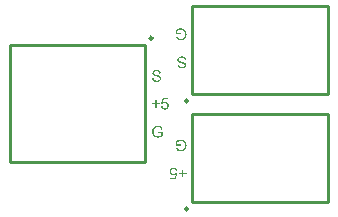
<source format=gto>
G04*
G04 #@! TF.GenerationSoftware,Altium Limited,Altium Designer,21.0.9 (235)*
G04*
G04 Layer_Color=65535*
%FSLAX25Y25*%
%MOIN*%
G70*
G04*
G04 #@! TF.SameCoordinates,1CF2FC8C-09F4-44CA-BDC6-0BDA6B97EC4B*
G04*
G04*
G04 #@! TF.FilePolarity,Positive*
G04*
G01*
G75*
%ADD10C,0.01000*%
G36*
X57136Y62152D02*
X57186Y62148D01*
X57244Y62144D01*
X57311Y62136D01*
X57382Y62127D01*
X57457Y62115D01*
X57540Y62098D01*
X57623Y62077D01*
X57715Y62052D01*
X57802Y62028D01*
X57889Y61994D01*
X57981Y61957D01*
X58068Y61915D01*
X58072Y61911D01*
X58089Y61903D01*
X58114Y61890D01*
X58143Y61869D01*
X58180Y61844D01*
X58226Y61815D01*
X58276Y61778D01*
X58330Y61736D01*
X58384Y61690D01*
X58443Y61636D01*
X58501Y61582D01*
X58559Y61520D01*
X58613Y61449D01*
X58667Y61379D01*
X58721Y61300D01*
X58767Y61216D01*
X58771Y61212D01*
X58775Y61195D01*
X58788Y61171D01*
X58805Y61137D01*
X58821Y61092D01*
X58842Y61041D01*
X58863Y60983D01*
X58884Y60917D01*
X58904Y60846D01*
X58925Y60767D01*
X58946Y60680D01*
X58963Y60592D01*
X58979Y60497D01*
X58992Y60401D01*
X58996Y60297D01*
X59000Y60193D01*
Y60185D01*
Y60168D01*
Y60139D01*
X58996Y60097D01*
X58992Y60047D01*
X58987Y59989D01*
X58979Y59922D01*
X58971Y59852D01*
X58958Y59773D01*
X58942Y59689D01*
X58900Y59515D01*
X58875Y59423D01*
X58842Y59332D01*
X58809Y59240D01*
X58767Y59149D01*
X58763Y59145D01*
X58755Y59128D01*
X58742Y59103D01*
X58725Y59070D01*
X58701Y59028D01*
X58671Y58982D01*
X58634Y58932D01*
X58596Y58874D01*
X58551Y58816D01*
X58501Y58758D01*
X58447Y58700D01*
X58384Y58637D01*
X58322Y58579D01*
X58251Y58525D01*
X58176Y58471D01*
X58097Y58425D01*
X58093Y58421D01*
X58077Y58417D01*
X58052Y58404D01*
X58018Y58388D01*
X57977Y58371D01*
X57927Y58350D01*
X57868Y58329D01*
X57806Y58304D01*
X57735Y58284D01*
X57656Y58263D01*
X57573Y58242D01*
X57482Y58225D01*
X57390Y58209D01*
X57290Y58196D01*
X57186Y58192D01*
X57082Y58188D01*
X57011D01*
X56974Y58192D01*
X56932Y58196D01*
X56887Y58200D01*
X56833Y58204D01*
X56716Y58221D01*
X56587Y58246D01*
X56458Y58279D01*
X56329Y58325D01*
X56325D01*
X56313Y58329D01*
X56296Y58337D01*
X56275Y58350D01*
X56246Y58363D01*
X56213Y58379D01*
X56138Y58421D01*
X56051Y58475D01*
X55963Y58537D01*
X55880Y58612D01*
X55801Y58700D01*
X55797Y58704D01*
X55793Y58712D01*
X55784Y58724D01*
X55768Y58741D01*
X55755Y58766D01*
X55734Y58795D01*
X55714Y58828D01*
X55693Y58870D01*
X55668Y58912D01*
X55647Y58957D01*
X55622Y59012D01*
X55597Y59066D01*
X55551Y59190D01*
X55510Y59328D01*
X55971Y59452D01*
Y59448D01*
X55976Y59440D01*
X55980Y59423D01*
X55988Y59403D01*
X55997Y59382D01*
X56005Y59353D01*
X56030Y59286D01*
X56063Y59211D01*
X56100Y59136D01*
X56142Y59061D01*
X56188Y58995D01*
X56192Y58987D01*
X56213Y58966D01*
X56242Y58937D01*
X56279Y58895D01*
X56333Y58853D01*
X56396Y58808D01*
X56471Y58766D01*
X56554Y58724D01*
X56558D01*
X56566Y58720D01*
X56579Y58716D01*
X56595Y58708D01*
X56616Y58700D01*
X56645Y58691D01*
X56708Y58670D01*
X56787Y58654D01*
X56874Y58637D01*
X56974Y58625D01*
X57078Y58620D01*
X57136D01*
X57165Y58625D01*
X57203D01*
X57240Y58629D01*
X57286Y58633D01*
X57378Y58645D01*
X57482Y58666D01*
X57581Y58691D01*
X57681Y58729D01*
X57685D01*
X57694Y58733D01*
X57706Y58741D01*
X57723Y58749D01*
X57769Y58770D01*
X57827Y58803D01*
X57893Y58845D01*
X57960Y58895D01*
X58031Y58949D01*
X58093Y59012D01*
X58101Y59020D01*
X58118Y59041D01*
X58147Y59078D01*
X58180Y59124D01*
X58218Y59178D01*
X58259Y59244D01*
X58297Y59315D01*
X58330Y59390D01*
Y59394D01*
X58334Y59407D01*
X58343Y59423D01*
X58351Y59452D01*
X58363Y59486D01*
X58376Y59523D01*
X58389Y59569D01*
X58401Y59619D01*
X58418Y59673D01*
X58430Y59735D01*
X58451Y59864D01*
X58468Y60010D01*
X58476Y60164D01*
Y60168D01*
Y60185D01*
Y60214D01*
X58472Y60247D01*
Y60293D01*
X58468Y60343D01*
X58459Y60401D01*
X58455Y60463D01*
X58434Y60601D01*
X58401Y60742D01*
X58359Y60888D01*
X58301Y61025D01*
X58297Y61029D01*
X58293Y61041D01*
X58284Y61058D01*
X58268Y61083D01*
X58251Y61108D01*
X58226Y61141D01*
X58172Y61216D01*
X58097Y61300D01*
X58010Y61387D01*
X57910Y61466D01*
X57852Y61503D01*
X57789Y61537D01*
X57785D01*
X57773Y61545D01*
X57756Y61553D01*
X57731Y61562D01*
X57698Y61574D01*
X57661Y61591D01*
X57619Y61603D01*
X57573Y61620D01*
X57523Y61636D01*
X57465Y61649D01*
X57344Y61678D01*
X57211Y61695D01*
X57070Y61703D01*
X57037D01*
X57011Y61699D01*
X56982D01*
X56949Y61695D01*
X56912Y61690D01*
X56866Y61686D01*
X56770Y61674D01*
X56662Y61649D01*
X56546Y61620D01*
X56429Y61578D01*
X56425D01*
X56417Y61574D01*
X56400Y61566D01*
X56375Y61557D01*
X56350Y61545D01*
X56321Y61528D01*
X56250Y61495D01*
X56171Y61453D01*
X56092Y61408D01*
X56017Y61362D01*
X55951Y61308D01*
Y60588D01*
X57078D01*
Y60135D01*
X55452D01*
Y61562D01*
X55456Y61566D01*
X55468Y61574D01*
X55489Y61591D01*
X55518Y61611D01*
X55551Y61636D01*
X55593Y61661D01*
X55639Y61695D01*
X55689Y61728D01*
X55743Y61761D01*
X55805Y61799D01*
X55934Y61874D01*
X56076Y61944D01*
X56225Y62007D01*
X56229D01*
X56242Y62015D01*
X56263Y62019D01*
X56296Y62032D01*
X56329Y62040D01*
X56375Y62052D01*
X56421Y62069D01*
X56475Y62081D01*
X56537Y62094D01*
X56600Y62111D01*
X56737Y62132D01*
X56887Y62148D01*
X57041Y62156D01*
X57095D01*
X57136Y62152D01*
D02*
G37*
G36*
X57452Y52808D02*
X57498D01*
X57548Y52804D01*
X57606Y52800D01*
X57673Y52791D01*
X57810Y52775D01*
X57956Y52750D01*
X58101Y52712D01*
X58243Y52662D01*
X58247D01*
X58259Y52654D01*
X58276Y52646D01*
X58301Y52633D01*
X58330Y52617D01*
X58363Y52600D01*
X58443Y52550D01*
X58530Y52488D01*
X58621Y52409D01*
X58713Y52317D01*
X58792Y52209D01*
X58796Y52205D01*
X58800Y52197D01*
X58809Y52180D01*
X58821Y52155D01*
X58838Y52126D01*
X58854Y52092D01*
X58875Y52051D01*
X58892Y52005D01*
X58913Y51959D01*
X58929Y51905D01*
X58963Y51785D01*
X58987Y51656D01*
X58996Y51585D01*
X59000Y51514D01*
X58522Y51473D01*
Y51477D01*
Y51485D01*
X58517Y51502D01*
X58513Y51523D01*
X58509Y51548D01*
X58505Y51573D01*
X58488Y51643D01*
X58468Y51718D01*
X58443Y51797D01*
X58409Y51876D01*
X58368Y51951D01*
X58363Y51959D01*
X58343Y51980D01*
X58314Y52013D01*
X58272Y52055D01*
X58218Y52105D01*
X58151Y52151D01*
X58072Y52201D01*
X57981Y52246D01*
X57977D01*
X57968Y52251D01*
X57956Y52255D01*
X57935Y52263D01*
X57910Y52271D01*
X57881Y52284D01*
X57848Y52292D01*
X57810Y52301D01*
X57723Y52321D01*
X57619Y52342D01*
X57511Y52355D01*
X57390Y52359D01*
X57340D01*
X57315Y52355D01*
X57286D01*
X57219Y52346D01*
X57140Y52338D01*
X57053Y52325D01*
X56966Y52305D01*
X56883Y52276D01*
X56878D01*
X56874Y52271D01*
X56862Y52267D01*
X56845Y52259D01*
X56808Y52238D01*
X56758Y52213D01*
X56704Y52180D01*
X56645Y52138D01*
X56595Y52092D01*
X56550Y52039D01*
X56546Y52030D01*
X56533Y52013D01*
X56512Y51980D01*
X56492Y51939D01*
X56475Y51889D01*
X56454Y51835D01*
X56442Y51772D01*
X56437Y51710D01*
Y51706D01*
Y51701D01*
Y51681D01*
X56442Y51643D01*
X56450Y51602D01*
X56462Y51552D01*
X56483Y51498D01*
X56508Y51444D01*
X56546Y51394D01*
X56550Y51389D01*
X56566Y51373D01*
X56591Y51348D01*
X56629Y51315D01*
X56675Y51281D01*
X56737Y51244D01*
X56808Y51206D01*
X56891Y51169D01*
X56899Y51165D01*
X56907Y51161D01*
X56924Y51157D01*
X56941Y51152D01*
X56966Y51144D01*
X56999Y51132D01*
X57032Y51123D01*
X57078Y51111D01*
X57124Y51094D01*
X57182Y51082D01*
X57244Y51065D01*
X57315Y51044D01*
X57390Y51028D01*
X57477Y51003D01*
X57573Y50982D01*
X57577D01*
X57594Y50978D01*
X57623Y50969D01*
X57656Y50961D01*
X57702Y50949D01*
X57752Y50936D01*
X57802Y50919D01*
X57860Y50903D01*
X57985Y50865D01*
X58106Y50824D01*
X58164Y50803D01*
X58218Y50782D01*
X58268Y50761D01*
X58309Y50740D01*
X58314D01*
X58322Y50732D01*
X58334Y50724D01*
X58355Y50716D01*
X58405Y50687D01*
X58463Y50645D01*
X58534Y50591D01*
X58601Y50533D01*
X58667Y50462D01*
X58721Y50387D01*
Y50383D01*
X58725Y50379D01*
X58734Y50366D01*
X58742Y50349D01*
X58763Y50304D01*
X58788Y50245D01*
X58813Y50175D01*
X58834Y50092D01*
X58850Y50000D01*
X58854Y49904D01*
Y49900D01*
Y49892D01*
Y49875D01*
X58850Y49854D01*
Y49830D01*
X58846Y49800D01*
X58834Y49725D01*
X58813Y49642D01*
X58788Y49555D01*
X58746Y49459D01*
X58692Y49364D01*
Y49359D01*
X58684Y49351D01*
X58675Y49339D01*
X58663Y49322D01*
X58621Y49276D01*
X58567Y49218D01*
X58501Y49156D01*
X58418Y49093D01*
X58322Y49031D01*
X58210Y48977D01*
X58205D01*
X58197Y48972D01*
X58176Y48964D01*
X58156Y48956D01*
X58126Y48948D01*
X58089Y48935D01*
X58047Y48923D01*
X58002Y48910D01*
X57952Y48898D01*
X57898Y48885D01*
X57781Y48864D01*
X57648Y48848D01*
X57507Y48844D01*
X57436D01*
X57398Y48848D01*
X57353Y48852D01*
X57307Y48856D01*
X57253Y48860D01*
X57136Y48877D01*
X57007Y48902D01*
X56878Y48939D01*
X56754Y48985D01*
X56749D01*
X56741Y48993D01*
X56720Y48998D01*
X56700Y49010D01*
X56675Y49027D01*
X56641Y49043D01*
X56571Y49085D01*
X56487Y49143D01*
X56404Y49214D01*
X56325Y49293D01*
X56254Y49389D01*
X56250Y49393D01*
X56246Y49401D01*
X56238Y49413D01*
X56225Y49434D01*
X56213Y49459D01*
X56196Y49488D01*
X56184Y49526D01*
X56163Y49563D01*
X56130Y49651D01*
X56100Y49755D01*
X56076Y49867D01*
X56063Y49992D01*
X56550Y50029D01*
Y50025D01*
X56554Y50012D01*
Y49996D01*
X56558Y49971D01*
X56566Y49938D01*
X56575Y49904D01*
X56600Y49825D01*
X56633Y49738D01*
X56683Y49646D01*
X56741Y49559D01*
X56779Y49522D01*
X56820Y49484D01*
X56824Y49480D01*
X56828Y49476D01*
X56845Y49468D01*
X56862Y49455D01*
X56887Y49443D01*
X56916Y49426D01*
X56949Y49409D01*
X56987Y49389D01*
X57032Y49372D01*
X57082Y49355D01*
X57136Y49339D01*
X57195Y49326D01*
X57261Y49314D01*
X57332Y49305D01*
X57407Y49297D01*
X57527D01*
X57561Y49301D01*
X57598D01*
X57640Y49305D01*
X57690Y49310D01*
X57740Y49318D01*
X57852Y49339D01*
X57960Y49368D01*
X58064Y49409D01*
X58114Y49439D01*
X58156Y49468D01*
X58160D01*
X58164Y49476D01*
X58189Y49497D01*
X58222Y49534D01*
X58259Y49584D01*
X58297Y49642D01*
X58330Y49713D01*
X58355Y49788D01*
X58359Y49830D01*
X58363Y49875D01*
Y49879D01*
Y49884D01*
X58359Y49909D01*
X58355Y49946D01*
X58347Y49992D01*
X58326Y50046D01*
X58301Y50104D01*
X58268Y50158D01*
X58218Y50212D01*
X58210Y50216D01*
X58201Y50225D01*
X58185Y50237D01*
X58164Y50250D01*
X58139Y50262D01*
X58106Y50279D01*
X58068Y50300D01*
X58022Y50320D01*
X57968Y50341D01*
X57906Y50362D01*
X57835Y50387D01*
X57752Y50412D01*
X57665Y50437D01*
X57565Y50466D01*
X57452Y50491D01*
X57444D01*
X57423Y50495D01*
X57394Y50503D01*
X57353Y50516D01*
X57303Y50524D01*
X57244Y50541D01*
X57182Y50553D01*
X57116Y50574D01*
X56974Y50612D01*
X56833Y50649D01*
X56766Y50670D01*
X56708Y50691D01*
X56650Y50711D01*
X56604Y50732D01*
X56600D01*
X56587Y50740D01*
X56571Y50749D01*
X56550Y50761D01*
X56521Y50774D01*
X56487Y50795D01*
X56417Y50840D01*
X56333Y50894D01*
X56254Y50961D01*
X56175Y51040D01*
X56142Y51082D01*
X56109Y51123D01*
Y51127D01*
X56100Y51136D01*
X56092Y51148D01*
X56084Y51165D01*
X56071Y51186D01*
X56059Y51215D01*
X56026Y51281D01*
X55997Y51360D01*
X55971Y51452D01*
X55955Y51556D01*
X55947Y51668D01*
Y51672D01*
Y51681D01*
Y51697D01*
X55951Y51718D01*
Y51747D01*
X55955Y51776D01*
X55967Y51855D01*
X55988Y51943D01*
X56021Y52039D01*
X56067Y52138D01*
X56092Y52192D01*
X56125Y52242D01*
Y52246D01*
X56134Y52255D01*
X56142Y52267D01*
X56159Y52288D01*
X56196Y52334D01*
X56254Y52396D01*
X56325Y52463D01*
X56413Y52534D01*
X56512Y52600D01*
X56629Y52662D01*
X56633D01*
X56645Y52671D01*
X56662Y52675D01*
X56687Y52687D01*
X56716Y52696D01*
X56754Y52708D01*
X56795Y52725D01*
X56845Y52737D01*
X56895Y52750D01*
X56953Y52767D01*
X57078Y52787D01*
X57215Y52804D01*
X57365Y52812D01*
X57415D01*
X57452Y52808D01*
D02*
G37*
G36*
X49102Y48266D02*
X49147Y48262D01*
X49193Y48258D01*
X49247Y48254D01*
X49364Y48237D01*
X49493Y48212D01*
X49622Y48175D01*
X49746Y48129D01*
X49751D01*
X49759Y48120D01*
X49780Y48116D01*
X49801Y48104D01*
X49825Y48087D01*
X49859Y48071D01*
X49929Y48029D01*
X50013Y47971D01*
X50096Y47900D01*
X50175Y47821D01*
X50246Y47725D01*
X50250Y47721D01*
X50254Y47713D01*
X50262Y47700D01*
X50275Y47680D01*
X50287Y47655D01*
X50304Y47625D01*
X50316Y47588D01*
X50337Y47551D01*
X50370Y47463D01*
X50400Y47359D01*
X50424Y47247D01*
X50437Y47122D01*
X49950Y47085D01*
Y47089D01*
X49946Y47101D01*
Y47118D01*
X49942Y47143D01*
X49934Y47176D01*
X49925Y47210D01*
X49900Y47289D01*
X49867Y47376D01*
X49817Y47467D01*
X49759Y47555D01*
X49721Y47592D01*
X49680Y47630D01*
X49676Y47634D01*
X49672Y47638D01*
X49655Y47646D01*
X49638Y47659D01*
X49613Y47671D01*
X49584Y47688D01*
X49551Y47704D01*
X49513Y47725D01*
X49468Y47742D01*
X49418Y47759D01*
X49364Y47775D01*
X49305Y47788D01*
X49239Y47800D01*
X49168Y47809D01*
X49093Y47817D01*
X48973D01*
X48939Y47813D01*
X48902D01*
X48860Y47809D01*
X48810Y47804D01*
X48761Y47796D01*
X48648Y47775D01*
X48540Y47746D01*
X48436Y47704D01*
X48386Y47675D01*
X48344Y47646D01*
X48340D01*
X48336Y47638D01*
X48311Y47617D01*
X48278Y47580D01*
X48241Y47530D01*
X48203Y47472D01*
X48170Y47401D01*
X48145Y47326D01*
X48141Y47284D01*
X48136Y47239D01*
Y47234D01*
Y47230D01*
X48141Y47205D01*
X48145Y47168D01*
X48153Y47122D01*
X48174Y47068D01*
X48199Y47010D01*
X48232Y46956D01*
X48282Y46902D01*
X48290Y46898D01*
X48299Y46889D01*
X48315Y46877D01*
X48336Y46864D01*
X48361Y46852D01*
X48394Y46835D01*
X48432Y46814D01*
X48478Y46793D01*
X48532Y46773D01*
X48594Y46752D01*
X48665Y46727D01*
X48748Y46702D01*
X48835Y46677D01*
X48935Y46648D01*
X49047Y46623D01*
X49056D01*
X49077Y46619D01*
X49106Y46610D01*
X49147Y46598D01*
X49197Y46590D01*
X49255Y46573D01*
X49318Y46560D01*
X49384Y46540D01*
X49526Y46502D01*
X49667Y46465D01*
X49734Y46444D01*
X49792Y46423D01*
X49850Y46402D01*
X49896Y46382D01*
X49900D01*
X49913Y46373D01*
X49929Y46365D01*
X49950Y46352D01*
X49979Y46340D01*
X50013Y46319D01*
X50083Y46273D01*
X50167Y46219D01*
X50246Y46153D01*
X50325Y46074D01*
X50358Y46032D01*
X50391Y45991D01*
Y45986D01*
X50400Y45978D01*
X50408Y45966D01*
X50416Y45949D01*
X50429Y45928D01*
X50441Y45899D01*
X50474Y45832D01*
X50503Y45753D01*
X50529Y45662D01*
X50545Y45558D01*
X50553Y45446D01*
Y45441D01*
Y45433D01*
Y45417D01*
X50549Y45396D01*
Y45367D01*
X50545Y45338D01*
X50533Y45258D01*
X50512Y45171D01*
X50479Y45075D01*
X50433Y44976D01*
X50408Y44921D01*
X50375Y44872D01*
Y44867D01*
X50366Y44859D01*
X50358Y44847D01*
X50341Y44826D01*
X50304Y44780D01*
X50246Y44718D01*
X50175Y44651D01*
X50087Y44580D01*
X49988Y44514D01*
X49871Y44451D01*
X49867D01*
X49855Y44443D01*
X49838Y44439D01*
X49813Y44426D01*
X49784Y44418D01*
X49746Y44406D01*
X49705Y44389D01*
X49655Y44377D01*
X49605Y44364D01*
X49547Y44347D01*
X49422Y44327D01*
X49285Y44310D01*
X49135Y44302D01*
X49085D01*
X49047Y44306D01*
X49002D01*
X48952Y44310D01*
X48894Y44314D01*
X48827Y44322D01*
X48690Y44339D01*
X48544Y44364D01*
X48399Y44401D01*
X48257Y44451D01*
X48253D01*
X48241Y44460D01*
X48224Y44468D01*
X48199Y44480D01*
X48170Y44497D01*
X48136Y44514D01*
X48057Y44564D01*
X47970Y44626D01*
X47879Y44705D01*
X47787Y44797D01*
X47708Y44905D01*
X47704Y44909D01*
X47700Y44917D01*
X47691Y44934D01*
X47679Y44959D01*
X47662Y44988D01*
X47646Y45021D01*
X47625Y45063D01*
X47608Y45109D01*
X47587Y45154D01*
X47571Y45208D01*
X47537Y45329D01*
X47513Y45458D01*
X47504Y45529D01*
X47500Y45600D01*
X47978Y45641D01*
Y45637D01*
Y45629D01*
X47983Y45612D01*
X47987Y45591D01*
X47991Y45566D01*
X47995Y45541D01*
X48012Y45471D01*
X48033Y45396D01*
X48057Y45317D01*
X48091Y45238D01*
X48132Y45163D01*
X48136Y45154D01*
X48157Y45134D01*
X48186Y45100D01*
X48228Y45059D01*
X48282Y45009D01*
X48349Y44963D01*
X48428Y44913D01*
X48519Y44867D01*
X48523D01*
X48532Y44863D01*
X48544Y44859D01*
X48565Y44851D01*
X48590Y44842D01*
X48619Y44830D01*
X48652Y44822D01*
X48690Y44813D01*
X48777Y44793D01*
X48881Y44772D01*
X48989Y44759D01*
X49110Y44755D01*
X49160D01*
X49185Y44759D01*
X49214D01*
X49281Y44768D01*
X49360Y44776D01*
X49447Y44788D01*
X49534Y44809D01*
X49617Y44838D01*
X49622D01*
X49626Y44842D01*
X49638Y44847D01*
X49655Y44855D01*
X49692Y44876D01*
X49742Y44901D01*
X49796Y44934D01*
X49855Y44976D01*
X49905Y45021D01*
X49950Y45075D01*
X49954Y45084D01*
X49967Y45100D01*
X49988Y45134D01*
X50008Y45175D01*
X50025Y45225D01*
X50046Y45279D01*
X50058Y45342D01*
X50063Y45404D01*
Y45408D01*
Y45412D01*
Y45433D01*
X50058Y45471D01*
X50050Y45512D01*
X50038Y45562D01*
X50017Y45616D01*
X49992Y45670D01*
X49954Y45720D01*
X49950Y45724D01*
X49934Y45741D01*
X49909Y45766D01*
X49871Y45799D01*
X49825Y45832D01*
X49763Y45870D01*
X49692Y45907D01*
X49609Y45945D01*
X49601Y45949D01*
X49593Y45953D01*
X49576Y45957D01*
X49559Y45961D01*
X49534Y45970D01*
X49501Y45982D01*
X49468Y45991D01*
X49422Y46003D01*
X49376Y46020D01*
X49318Y46032D01*
X49255Y46049D01*
X49185Y46070D01*
X49110Y46086D01*
X49023Y46111D01*
X48927Y46132D01*
X48923D01*
X48906Y46136D01*
X48877Y46145D01*
X48844Y46153D01*
X48798Y46165D01*
X48748Y46178D01*
X48698Y46194D01*
X48640Y46211D01*
X48515Y46248D01*
X48394Y46290D01*
X48336Y46311D01*
X48282Y46332D01*
X48232Y46352D01*
X48191Y46373D01*
X48186D01*
X48178Y46382D01*
X48166Y46390D01*
X48145Y46398D01*
X48095Y46427D01*
X48037Y46469D01*
X47966Y46523D01*
X47899Y46581D01*
X47833Y46652D01*
X47779Y46727D01*
Y46731D01*
X47775Y46735D01*
X47766Y46748D01*
X47758Y46764D01*
X47737Y46810D01*
X47712Y46868D01*
X47687Y46939D01*
X47666Y47022D01*
X47650Y47114D01*
X47646Y47210D01*
Y47214D01*
Y47222D01*
Y47239D01*
X47650Y47259D01*
Y47284D01*
X47654Y47313D01*
X47666Y47388D01*
X47687Y47472D01*
X47712Y47559D01*
X47754Y47655D01*
X47808Y47750D01*
Y47754D01*
X47816Y47763D01*
X47824Y47775D01*
X47837Y47792D01*
X47879Y47838D01*
X47933Y47896D01*
X47999Y47958D01*
X48082Y48021D01*
X48178Y48083D01*
X48290Y48137D01*
X48295D01*
X48303Y48141D01*
X48324Y48150D01*
X48344Y48158D01*
X48374Y48166D01*
X48411Y48179D01*
X48453Y48191D01*
X48498Y48204D01*
X48548Y48216D01*
X48602Y48229D01*
X48719Y48250D01*
X48852Y48266D01*
X48993Y48270D01*
X49064D01*
X49102Y48266D01*
D02*
G37*
G36*
X48989Y37250D02*
X50033D01*
Y36809D01*
X48989D01*
Y35756D01*
X48544D01*
Y36809D01*
X47500D01*
Y37250D01*
X48544D01*
Y38294D01*
X48989D01*
Y37250D01*
D02*
G37*
G36*
X52921Y38477D02*
X51385D01*
X51182Y37445D01*
X51186Y37449D01*
X51198Y37458D01*
X51215Y37466D01*
X51240Y37483D01*
X51273Y37499D01*
X51311Y37520D01*
X51352Y37545D01*
X51402Y37566D01*
X51452Y37587D01*
X51510Y37611D01*
X51631Y37649D01*
X51697Y37666D01*
X51764Y37678D01*
X51835Y37682D01*
X51905Y37686D01*
X51926D01*
X51955Y37682D01*
X51989D01*
X52030Y37674D01*
X52080Y37670D01*
X52138Y37657D01*
X52197Y37645D01*
X52263Y37624D01*
X52330Y37603D01*
X52400Y37574D01*
X52471Y37541D01*
X52542Y37499D01*
X52613Y37453D01*
X52683Y37399D01*
X52750Y37337D01*
X52754Y37333D01*
X52767Y37320D01*
X52783Y37299D01*
X52804Y37275D01*
X52833Y37241D01*
X52862Y37196D01*
X52891Y37150D01*
X52925Y37096D01*
X52958Y37033D01*
X52987Y36963D01*
X53020Y36892D01*
X53045Y36809D01*
X53066Y36725D01*
X53083Y36634D01*
X53095Y36538D01*
X53099Y36438D01*
Y36434D01*
Y36413D01*
Y36388D01*
X53095Y36351D01*
X53091Y36305D01*
X53083Y36255D01*
X53074Y36197D01*
X53062Y36131D01*
X53045Y36064D01*
X53025Y35989D01*
X53000Y35914D01*
X52970Y35839D01*
X52937Y35765D01*
X52895Y35685D01*
X52850Y35611D01*
X52796Y35540D01*
X52792Y35536D01*
X52779Y35519D01*
X52758Y35498D01*
X52729Y35469D01*
X52692Y35432D01*
X52646Y35394D01*
X52592Y35348D01*
X52529Y35307D01*
X52463Y35265D01*
X52388Y35219D01*
X52305Y35182D01*
X52213Y35149D01*
X52118Y35116D01*
X52014Y35095D01*
X51905Y35078D01*
X51789Y35074D01*
X51739D01*
X51702Y35078D01*
X51656Y35082D01*
X51606Y35091D01*
X51548Y35099D01*
X51485Y35111D01*
X51419Y35124D01*
X51348Y35145D01*
X51277Y35170D01*
X51207Y35199D01*
X51136Y35232D01*
X51065Y35269D01*
X50999Y35315D01*
X50932Y35365D01*
X50928Y35369D01*
X50920Y35378D01*
X50903Y35394D01*
X50882Y35419D01*
X50853Y35448D01*
X50824Y35482D01*
X50795Y35523D01*
X50761Y35573D01*
X50728Y35623D01*
X50695Y35681D01*
X50666Y35748D01*
X50637Y35814D01*
X50608Y35889D01*
X50587Y35968D01*
X50570Y36056D01*
X50558Y36143D01*
X51053Y36180D01*
Y36176D01*
X51057Y36164D01*
X51061Y36147D01*
X51065Y36122D01*
X51069Y36093D01*
X51082Y36056D01*
X51103Y35977D01*
X51136Y35889D01*
X51182Y35798D01*
X51236Y35715D01*
X51269Y35677D01*
X51302Y35640D01*
X51306D01*
X51311Y35631D01*
X51323Y35623D01*
X51340Y35611D01*
X51381Y35581D01*
X51439Y35552D01*
X51510Y35519D01*
X51593Y35490D01*
X51685Y35469D01*
X51735Y35465D01*
X51789Y35461D01*
X51822D01*
X51847Y35465D01*
X51876Y35469D01*
X51910Y35473D01*
X51989Y35494D01*
X52080Y35523D01*
X52126Y35544D01*
X52176Y35569D01*
X52226Y35598D01*
X52271Y35631D01*
X52317Y35669D01*
X52363Y35715D01*
X52367Y35719D01*
X52371Y35727D01*
X52384Y35739D01*
X52400Y35760D01*
X52417Y35789D01*
X52438Y35819D01*
X52459Y35856D01*
X52484Y35898D01*
X52504Y35943D01*
X52525Y35993D01*
X52546Y36051D01*
X52563Y36110D01*
X52579Y36176D01*
X52592Y36247D01*
X52596Y36318D01*
X52600Y36397D01*
Y36401D01*
Y36413D01*
Y36434D01*
X52596Y36463D01*
X52592Y36497D01*
X52588Y36538D01*
X52579Y36580D01*
X52571Y36630D01*
X52546Y36730D01*
X52504Y36838D01*
X52479Y36888D01*
X52446Y36938D01*
X52413Y36988D01*
X52371Y37033D01*
X52367Y37037D01*
X52363Y37042D01*
X52346Y37054D01*
X52330Y37071D01*
X52309Y37087D01*
X52280Y37108D01*
X52251Y37129D01*
X52213Y37154D01*
X52172Y37175D01*
X52130Y37196D01*
X52026Y37233D01*
X51972Y37250D01*
X51910Y37262D01*
X51847Y37266D01*
X51781Y37270D01*
X51743D01*
X51697Y37266D01*
X51643Y37258D01*
X51577Y37245D01*
X51506Y37225D01*
X51435Y37200D01*
X51365Y37162D01*
X51356Y37158D01*
X51336Y37146D01*
X51302Y37121D01*
X51261Y37091D01*
X51219Y37050D01*
X51169Y37004D01*
X51123Y36950D01*
X51082Y36892D01*
X50641Y36954D01*
X51011Y38926D01*
X52921D01*
Y38477D01*
D02*
G37*
G36*
X49526Y29694D02*
X49567Y29690D01*
X49613Y29686D01*
X49667Y29682D01*
X49784Y29665D01*
X49913Y29640D01*
X50042Y29607D01*
X50171Y29561D01*
X50175D01*
X50187Y29557D01*
X50204Y29549D01*
X50225Y29536D01*
X50254Y29524D01*
X50287Y29507D01*
X50362Y29465D01*
X50449Y29411D01*
X50537Y29349D01*
X50620Y29274D01*
X50699Y29187D01*
X50703Y29182D01*
X50707Y29174D01*
X50716Y29162D01*
X50732Y29145D01*
X50745Y29120D01*
X50766Y29091D01*
X50786Y29058D01*
X50807Y29016D01*
X50832Y28975D01*
X50853Y28929D01*
X50878Y28875D01*
X50903Y28821D01*
X50949Y28696D01*
X50990Y28558D01*
X50529Y28434D01*
Y28438D01*
X50524Y28446D01*
X50520Y28463D01*
X50512Y28484D01*
X50503Y28504D01*
X50495Y28534D01*
X50470Y28600D01*
X50437Y28675D01*
X50400Y28750D01*
X50358Y28825D01*
X50312Y28891D01*
X50308Y28900D01*
X50287Y28920D01*
X50258Y28950D01*
X50221Y28991D01*
X50167Y29033D01*
X50104Y29079D01*
X50029Y29120D01*
X49946Y29162D01*
X49942D01*
X49934Y29166D01*
X49921Y29170D01*
X49905Y29178D01*
X49884Y29187D01*
X49855Y29195D01*
X49792Y29216D01*
X49713Y29232D01*
X49626Y29249D01*
X49526Y29262D01*
X49422Y29266D01*
X49364D01*
X49335Y29262D01*
X49297D01*
X49260Y29257D01*
X49214Y29253D01*
X49122Y29241D01*
X49018Y29220D01*
X48919Y29195D01*
X48819Y29158D01*
X48815D01*
X48806Y29153D01*
X48794Y29145D01*
X48777Y29137D01*
X48731Y29116D01*
X48673Y29083D01*
X48607Y29041D01*
X48540Y28991D01*
X48469Y28937D01*
X48407Y28875D01*
X48399Y28866D01*
X48382Y28846D01*
X48353Y28808D01*
X48320Y28762D01*
X48282Y28708D01*
X48241Y28642D01*
X48203Y28571D01*
X48170Y28496D01*
Y28492D01*
X48166Y28479D01*
X48157Y28463D01*
X48149Y28434D01*
X48136Y28400D01*
X48124Y28363D01*
X48112Y28317D01*
X48099Y28267D01*
X48082Y28213D01*
X48070Y28151D01*
X48049Y28022D01*
X48033Y27876D01*
X48024Y27722D01*
Y27718D01*
Y27702D01*
Y27672D01*
X48028Y27639D01*
Y27593D01*
X48033Y27544D01*
X48041Y27485D01*
X48045Y27423D01*
X48066Y27286D01*
X48099Y27144D01*
X48141Y26998D01*
X48199Y26861D01*
X48203Y26857D01*
X48207Y26845D01*
X48215Y26828D01*
X48232Y26803D01*
X48249Y26778D01*
X48274Y26745D01*
X48328Y26670D01*
X48403Y26587D01*
X48490Y26499D01*
X48590Y26420D01*
X48648Y26383D01*
X48711Y26350D01*
X48715D01*
X48727Y26341D01*
X48744Y26333D01*
X48769Y26325D01*
X48802Y26312D01*
X48840Y26296D01*
X48881Y26283D01*
X48927Y26266D01*
X48977Y26250D01*
X49035Y26237D01*
X49156Y26208D01*
X49289Y26191D01*
X49430Y26183D01*
X49463D01*
X49488Y26187D01*
X49518D01*
X49551Y26191D01*
X49588Y26196D01*
X49634Y26200D01*
X49730Y26212D01*
X49838Y26237D01*
X49954Y26266D01*
X50071Y26308D01*
X50075D01*
X50083Y26312D01*
X50100Y26320D01*
X50125Y26329D01*
X50150Y26341D01*
X50179Y26358D01*
X50250Y26391D01*
X50329Y26433D01*
X50408Y26478D01*
X50483Y26524D01*
X50549Y26578D01*
Y27298D01*
X49422D01*
Y27751D01*
X51048D01*
Y26325D01*
X51044Y26320D01*
X51032Y26312D01*
X51011Y26296D01*
X50982Y26275D01*
X50949Y26250D01*
X50907Y26225D01*
X50861Y26191D01*
X50811Y26158D01*
X50757Y26125D01*
X50695Y26087D01*
X50566Y26013D01*
X50424Y25942D01*
X50275Y25879D01*
X50271D01*
X50258Y25871D01*
X50237Y25867D01*
X50204Y25855D01*
X50171Y25846D01*
X50125Y25834D01*
X50079Y25817D01*
X50025Y25805D01*
X49963Y25792D01*
X49900Y25776D01*
X49763Y25755D01*
X49613Y25738D01*
X49459Y25730D01*
X49405D01*
X49364Y25734D01*
X49314Y25738D01*
X49255Y25742D01*
X49189Y25750D01*
X49118Y25759D01*
X49043Y25771D01*
X48960Y25788D01*
X48877Y25809D01*
X48785Y25834D01*
X48698Y25859D01*
X48611Y25892D01*
X48519Y25929D01*
X48432Y25971D01*
X48428Y25975D01*
X48411Y25984D01*
X48386Y25996D01*
X48357Y26017D01*
X48320Y26042D01*
X48274Y26071D01*
X48224Y26108D01*
X48170Y26150D01*
X48116Y26196D01*
X48057Y26250D01*
X47999Y26304D01*
X47941Y26366D01*
X47887Y26437D01*
X47833Y26508D01*
X47779Y26587D01*
X47733Y26670D01*
X47729Y26674D01*
X47725Y26691D01*
X47712Y26716D01*
X47695Y26749D01*
X47679Y26795D01*
X47658Y26845D01*
X47637Y26903D01*
X47616Y26969D01*
X47596Y27040D01*
X47575Y27119D01*
X47554Y27207D01*
X47537Y27294D01*
X47521Y27390D01*
X47508Y27485D01*
X47504Y27589D01*
X47500Y27693D01*
Y27702D01*
Y27718D01*
Y27747D01*
X47504Y27789D01*
X47508Y27839D01*
X47513Y27897D01*
X47521Y27964D01*
X47529Y28034D01*
X47542Y28113D01*
X47558Y28197D01*
X47600Y28371D01*
X47625Y28463D01*
X47658Y28554D01*
X47691Y28646D01*
X47733Y28737D01*
X47737Y28742D01*
X47745Y28758D01*
X47758Y28783D01*
X47775Y28816D01*
X47800Y28858D01*
X47829Y28904D01*
X47866Y28954D01*
X47903Y29012D01*
X47949Y29070D01*
X47999Y29128D01*
X48053Y29187D01*
X48116Y29249D01*
X48178Y29307D01*
X48249Y29361D01*
X48324Y29416D01*
X48403Y29461D01*
X48407Y29465D01*
X48423Y29470D01*
X48449Y29482D01*
X48482Y29499D01*
X48523Y29515D01*
X48573Y29536D01*
X48632Y29557D01*
X48694Y29582D01*
X48765Y29603D01*
X48844Y29623D01*
X48927Y29644D01*
X49018Y29661D01*
X49110Y29678D01*
X49210Y29690D01*
X49314Y29694D01*
X49418Y29698D01*
X49488D01*
X49526Y29694D01*
D02*
G37*
G36*
X57136Y25094D02*
X57186Y25090D01*
X57244Y25086D01*
X57311Y25077D01*
X57382Y25069D01*
X57457Y25057D01*
X57540Y25040D01*
X57623Y25019D01*
X57715Y24994D01*
X57802Y24969D01*
X57889Y24936D01*
X57981Y24899D01*
X58068Y24857D01*
X58072Y24853D01*
X58089Y24844D01*
X58114Y24832D01*
X58143Y24811D01*
X58180Y24786D01*
X58226Y24757D01*
X58276Y24720D01*
X58330Y24678D01*
X58384Y24632D01*
X58443Y24578D01*
X58501Y24524D01*
X58559Y24462D01*
X58613Y24391D01*
X58667Y24320D01*
X58721Y24241D01*
X58767Y24158D01*
X58771Y24154D01*
X58775Y24137D01*
X58788Y24112D01*
X58805Y24079D01*
X58821Y24033D01*
X58842Y23983D01*
X58863Y23925D01*
X58884Y23858D01*
X58904Y23788D01*
X58925Y23709D01*
X58946Y23621D01*
X58963Y23534D01*
X58979Y23438D01*
X58992Y23343D01*
X58996Y23239D01*
X59000Y23135D01*
Y23126D01*
Y23110D01*
Y23081D01*
X58996Y23039D01*
X58992Y22989D01*
X58987Y22931D01*
X58979Y22864D01*
X58971Y22794D01*
X58958Y22715D01*
X58942Y22631D01*
X58900Y22457D01*
X58875Y22365D01*
X58842Y22274D01*
X58809Y22182D01*
X58767Y22091D01*
X58763Y22086D01*
X58755Y22070D01*
X58742Y22045D01*
X58725Y22012D01*
X58701Y21970D01*
X58671Y21924D01*
X58634Y21874D01*
X58596Y21816D01*
X58551Y21758D01*
X58501Y21700D01*
X58447Y21641D01*
X58384Y21579D01*
X58322Y21521D01*
X58251Y21466D01*
X58176Y21412D01*
X58097Y21367D01*
X58093Y21362D01*
X58077Y21358D01*
X58052Y21346D01*
X58018Y21329D01*
X57977Y21313D01*
X57927Y21292D01*
X57868Y21271D01*
X57806Y21246D01*
X57735Y21225D01*
X57656Y21204D01*
X57573Y21184D01*
X57482Y21167D01*
X57390Y21150D01*
X57290Y21138D01*
X57186Y21134D01*
X57082Y21129D01*
X57011D01*
X56974Y21134D01*
X56932Y21138D01*
X56887Y21142D01*
X56833Y21146D01*
X56716Y21163D01*
X56587Y21188D01*
X56458Y21221D01*
X56329Y21267D01*
X56325D01*
X56313Y21271D01*
X56296Y21279D01*
X56275Y21292D01*
X56246Y21304D01*
X56213Y21321D01*
X56138Y21362D01*
X56051Y21417D01*
X55963Y21479D01*
X55880Y21554D01*
X55801Y21641D01*
X55797Y21645D01*
X55793Y21654D01*
X55784Y21666D01*
X55768Y21683D01*
X55755Y21708D01*
X55734Y21737D01*
X55714Y21770D01*
X55693Y21812D01*
X55668Y21853D01*
X55647Y21899D01*
X55622Y21953D01*
X55597Y22007D01*
X55551Y22132D01*
X55510Y22269D01*
X55971Y22394D01*
Y22390D01*
X55976Y22382D01*
X55980Y22365D01*
X55988Y22344D01*
X55997Y22323D01*
X56005Y22294D01*
X56030Y22228D01*
X56063Y22153D01*
X56100Y22078D01*
X56142Y22003D01*
X56188Y21937D01*
X56192Y21928D01*
X56213Y21907D01*
X56242Y21878D01*
X56279Y21837D01*
X56333Y21795D01*
X56396Y21749D01*
X56471Y21708D01*
X56554Y21666D01*
X56558D01*
X56566Y21662D01*
X56579Y21658D01*
X56595Y21650D01*
X56616Y21641D01*
X56645Y21633D01*
X56708Y21612D01*
X56787Y21596D01*
X56874Y21579D01*
X56974Y21566D01*
X57078Y21562D01*
X57136D01*
X57165Y21566D01*
X57203D01*
X57240Y21571D01*
X57286Y21575D01*
X57378Y21587D01*
X57482Y21608D01*
X57581Y21633D01*
X57681Y21670D01*
X57685D01*
X57694Y21675D01*
X57706Y21683D01*
X57723Y21691D01*
X57769Y21712D01*
X57827Y21745D01*
X57893Y21787D01*
X57960Y21837D01*
X58031Y21891D01*
X58093Y21953D01*
X58101Y21961D01*
X58118Y21982D01*
X58147Y22020D01*
X58180Y22065D01*
X58218Y22120D01*
X58259Y22186D01*
X58297Y22257D01*
X58330Y22332D01*
Y22336D01*
X58334Y22348D01*
X58343Y22365D01*
X58351Y22394D01*
X58363Y22427D01*
X58376Y22465D01*
X58389Y22511D01*
X58401Y22561D01*
X58418Y22615D01*
X58430Y22677D01*
X58451Y22806D01*
X58468Y22952D01*
X58476Y23106D01*
Y23110D01*
Y23126D01*
Y23155D01*
X58472Y23189D01*
Y23234D01*
X58468Y23284D01*
X58459Y23343D01*
X58455Y23405D01*
X58434Y23542D01*
X58401Y23684D01*
X58359Y23829D01*
X58301Y23967D01*
X58297Y23971D01*
X58293Y23983D01*
X58284Y24000D01*
X58268Y24025D01*
X58251Y24050D01*
X58226Y24083D01*
X58172Y24158D01*
X58097Y24241D01*
X58010Y24329D01*
X57910Y24408D01*
X57852Y24445D01*
X57789Y24478D01*
X57785D01*
X57773Y24487D01*
X57756Y24495D01*
X57731Y24503D01*
X57698Y24516D01*
X57661Y24532D01*
X57619Y24545D01*
X57573Y24562D01*
X57523Y24578D01*
X57465Y24591D01*
X57344Y24620D01*
X57211Y24636D01*
X57070Y24645D01*
X57037D01*
X57011Y24641D01*
X56982D01*
X56949Y24636D01*
X56912Y24632D01*
X56866Y24628D01*
X56770Y24616D01*
X56662Y24591D01*
X56546Y24562D01*
X56429Y24520D01*
X56425D01*
X56417Y24516D01*
X56400Y24508D01*
X56375Y24499D01*
X56350Y24487D01*
X56321Y24470D01*
X56250Y24437D01*
X56171Y24395D01*
X56092Y24349D01*
X56017Y24304D01*
X55951Y24250D01*
Y23530D01*
X57078D01*
Y23076D01*
X55452D01*
Y24503D01*
X55456Y24508D01*
X55468Y24516D01*
X55489Y24532D01*
X55518Y24553D01*
X55551Y24578D01*
X55593Y24603D01*
X55639Y24636D01*
X55689Y24670D01*
X55743Y24703D01*
X55805Y24740D01*
X55934Y24815D01*
X56076Y24886D01*
X56225Y24948D01*
X56229D01*
X56242Y24957D01*
X56263Y24961D01*
X56296Y24973D01*
X56329Y24982D01*
X56375Y24994D01*
X56421Y25011D01*
X56475Y25023D01*
X56537Y25036D01*
X56600Y25052D01*
X56737Y25073D01*
X56887Y25090D01*
X57041Y25098D01*
X57095D01*
X57136Y25094D01*
D02*
G37*
G36*
X54798Y15750D02*
X54844Y15746D01*
X54894Y15737D01*
X54952Y15729D01*
X55015Y15717D01*
X55081Y15704D01*
X55152Y15683D01*
X55223Y15658D01*
X55293Y15629D01*
X55364Y15596D01*
X55435Y15559D01*
X55501Y15513D01*
X55568Y15463D01*
X55572Y15459D01*
X55581Y15450D01*
X55597Y15434D01*
X55618Y15409D01*
X55647Y15380D01*
X55676Y15346D01*
X55705Y15305D01*
X55739Y15255D01*
X55772Y15205D01*
X55805Y15147D01*
X55834Y15080D01*
X55863Y15013D01*
X55892Y14939D01*
X55913Y14860D01*
X55930Y14772D01*
X55942Y14685D01*
X55447Y14647D01*
Y14652D01*
X55443Y14664D01*
X55439Y14681D01*
X55435Y14706D01*
X55431Y14735D01*
X55418Y14772D01*
X55397Y14851D01*
X55364Y14939D01*
X55318Y15030D01*
X55264Y15113D01*
X55231Y15151D01*
X55198Y15188D01*
X55194D01*
X55189Y15197D01*
X55177Y15205D01*
X55160Y15217D01*
X55119Y15247D01*
X55060Y15276D01*
X54990Y15309D01*
X54907Y15338D01*
X54815Y15359D01*
X54765Y15363D01*
X54711Y15367D01*
X54678D01*
X54653Y15363D01*
X54624Y15359D01*
X54590Y15355D01*
X54511Y15334D01*
X54420Y15305D01*
X54374Y15284D01*
X54324Y15259D01*
X54274Y15230D01*
X54229Y15197D01*
X54183Y15159D01*
X54137Y15113D01*
X54133Y15109D01*
X54129Y15101D01*
X54116Y15088D01*
X54100Y15068D01*
X54083Y15039D01*
X54062Y15009D01*
X54041Y14972D01*
X54016Y14930D01*
X53996Y14885D01*
X53975Y14835D01*
X53954Y14776D01*
X53937Y14718D01*
X53921Y14652D01*
X53908Y14581D01*
X53904Y14510D01*
X53900Y14431D01*
Y14427D01*
Y14414D01*
Y14394D01*
X53904Y14365D01*
X53908Y14331D01*
X53912Y14290D01*
X53921Y14248D01*
X53929Y14198D01*
X53954Y14098D01*
X53996Y13990D01*
X54021Y13940D01*
X54054Y13890D01*
X54087Y13840D01*
X54129Y13795D01*
X54133Y13791D01*
X54137Y13786D01*
X54154Y13774D01*
X54170Y13757D01*
X54191Y13740D01*
X54220Y13720D01*
X54249Y13699D01*
X54287Y13674D01*
X54328Y13653D01*
X54370Y13632D01*
X54474Y13595D01*
X54528Y13578D01*
X54590Y13566D01*
X54653Y13562D01*
X54719Y13557D01*
X54757D01*
X54803Y13562D01*
X54857Y13570D01*
X54923Y13582D01*
X54994Y13603D01*
X55065Y13628D01*
X55135Y13666D01*
X55144Y13670D01*
X55164Y13682D01*
X55198Y13707D01*
X55239Y13736D01*
X55281Y13778D01*
X55331Y13824D01*
X55377Y13878D01*
X55418Y13936D01*
X55859Y13874D01*
X55489Y11902D01*
X53579D01*
Y12351D01*
X55115D01*
X55318Y13383D01*
X55314Y13379D01*
X55302Y13370D01*
X55285Y13362D01*
X55260Y13345D01*
X55227Y13329D01*
X55189Y13308D01*
X55148Y13283D01*
X55098Y13262D01*
X55048Y13241D01*
X54990Y13216D01*
X54869Y13179D01*
X54803Y13162D01*
X54736Y13150D01*
X54665Y13146D01*
X54595Y13141D01*
X54574D01*
X54545Y13146D01*
X54511D01*
X54470Y13154D01*
X54420Y13158D01*
X54362Y13171D01*
X54303Y13183D01*
X54237Y13204D01*
X54170Y13225D01*
X54100Y13254D01*
X54029Y13287D01*
X53958Y13329D01*
X53887Y13374D01*
X53817Y13429D01*
X53750Y13491D01*
X53746Y13495D01*
X53733Y13508D01*
X53717Y13528D01*
X53696Y13553D01*
X53667Y13587D01*
X53638Y13632D01*
X53609Y13678D01*
X53575Y13732D01*
X53542Y13795D01*
X53513Y13865D01*
X53480Y13936D01*
X53455Y14019D01*
X53434Y14103D01*
X53417Y14194D01*
X53405Y14290D01*
X53401Y14390D01*
Y14394D01*
Y14414D01*
Y14439D01*
X53405Y14477D01*
X53409Y14523D01*
X53417Y14572D01*
X53426Y14631D01*
X53438Y14697D01*
X53455Y14764D01*
X53475Y14839D01*
X53500Y14914D01*
X53530Y14988D01*
X53563Y15063D01*
X53605Y15143D01*
X53650Y15217D01*
X53704Y15288D01*
X53708Y15292D01*
X53721Y15309D01*
X53742Y15330D01*
X53771Y15359D01*
X53808Y15396D01*
X53854Y15434D01*
X53908Y15479D01*
X53971Y15521D01*
X54037Y15563D01*
X54112Y15608D01*
X54195Y15646D01*
X54287Y15679D01*
X54382Y15712D01*
X54486Y15733D01*
X54595Y15750D01*
X54711Y15754D01*
X54761D01*
X54798Y15750D01*
D02*
G37*
G36*
X57956Y14019D02*
X59000D01*
Y13578D01*
X57956D01*
Y12534D01*
X57511D01*
Y13578D01*
X56467D01*
Y14019D01*
X57511D01*
Y15072D01*
X57956D01*
Y14019D01*
D02*
G37*
D10*
X59500Y38000D02*
G03*
X59500Y38000I-500J0D01*
G01*
Y2000D02*
G03*
X59500Y2000I-500J0D01*
G01*
X47721Y58921D02*
G03*
X47721Y58921I-500J0D01*
G01*
X106220Y40433D02*
Y69567D01*
X60945Y40433D02*
Y69567D01*
Y40433D02*
X106220D01*
X60945Y69567D02*
X106220D01*
Y4433D02*
Y33567D01*
X60945Y4433D02*
Y33567D01*
Y4433D02*
X106220D01*
X60945Y33567D02*
X106220D01*
X0Y17512D02*
X45276D01*
X0Y56488D02*
X45276D01*
Y17512D02*
Y56488D01*
X0Y17512D02*
Y56488D01*
M02*

</source>
